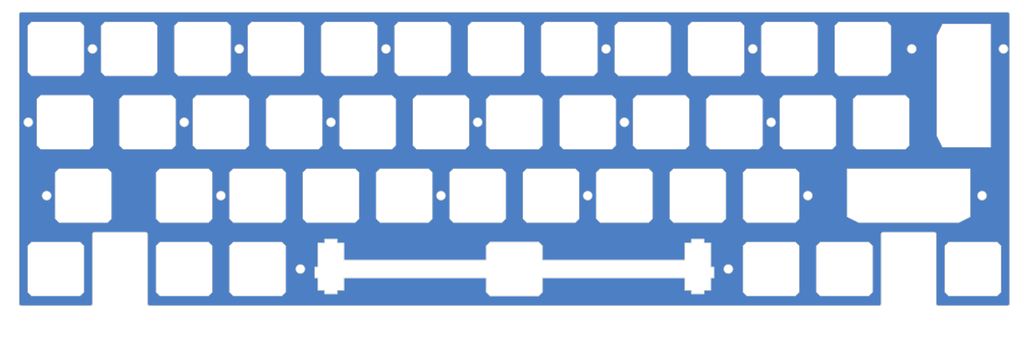
<source format=kicad_pcb>
(kicad_pcb (version 20221018) (generator pcbnew)
  (layers (0 "F.Cu" signal) (31 "B.Cu" signal) (34 "B.Paste" user) (35 "F.Paste" user) (36 "B.SilkS" user "B.Silkscreen") (37 "F.SilkS" user "F.Silkscreen") (38 "B.Mask" user) (39 "F.Mask" user) (44 "Edge.Cuts" user))
  (net 0 "")
  (net 1 "GND")
  (footprint "cipulot_parts:ecs_plate_cut_1U" (layer "F.Cu") (at 26.9875 91.28125)
    (fp_text reference "REF**")
    (fp_text value "Value " hide)
    (fp_line (start -7.3 -6) (end -7.3 6) (stroke (width 0.12)) (layer "Edge.Cuts"))
    (fp_line (start -7.3 6) (end -6.3 7) (stroke (width 0.12)) (layer "Edge.Cuts"))
    (fp_line (start -6.3 -7) (end -7.3 -6) (stroke (width 0.12)) (layer "Edge.Cuts"))
    (fp_line (start -6.3 7) (end 6.3 7) (stroke (width 0.12)) (layer "Edge.Cuts"))
    (fp_line (start 6.3 -7) (end -6.3 -7) (stroke (width 0.12)) (layer "Edge.Cuts"))
    (fp_line (start 6.3 -7) (end 7.3 -6) (stroke (width 0.12)) (layer "Edge.Cuts"))
    (fp_line (start 6.3 7) (end 7.3 6) (stroke (width 0.12)) (layer "Edge.Cuts"))
    (fp_line (start 7.3 6) (end 7.3 -6) (stroke (width 0.12)) (layer "Edge.Cuts"))
  )
  (footprint "cipulot_parts:ecs_plate_cut_1U" (layer "F.Cu") (at 136.525 72.23125)
    (fp_text reference "REF**")
    (fp_text value "Value " hide)
    (fp_line (start -7.3 -6) (end -7.3 6) (stroke (width 0.12)) (layer "Edge.Cuts"))
    (fp_line (start -7.3 6) (end -6.3 7) (stroke (width 0.12)) (layer "Edge.Cuts"))
    (fp_line (start -6.3 -7) (end -7.3 -6) (stroke (width 0.12)) (layer "Edge.Cuts"))
    (fp_line (start -6.3 7) (end 6.3 7) (stroke (width 0.12)) (layer "Edge.Cuts"))
    (fp_line (start 6.3 -7) (end -6.3 -7) (stroke (width 0.12)) (layer "Edge.Cuts"))
    (fp_line (start 6.3 -7) (end 7.3 -6) (stroke (width 0.12)) (layer "Edge.Cuts"))
    (fp_line (start 6.3 7) (end 7.3 6) (stroke (width 0.12)) (layer "Edge.Cuts"))
    (fp_line (start 7.3 6) (end 7.3 -6) (stroke (width 0.12)) (layer "Edge.Cuts"))
  )
  (footprint "cipulot_parts:ecs_plate_cut_1U" (layer "F.Cu") (at 146.05 53.18125)
    (fp_text reference "REF**")
    (fp_text value "Value " hide)
    (fp_line (start -7.3 -6) (end -7.3 6) (stroke (width 0.12)) (layer "Edge.Cuts"))
    (fp_line (start -7.3 6) (end -6.3 7) (stroke (width 0.12)) (layer "Edge.Cuts"))
    (fp_line (start -6.3 -7) (end -7.3 -6) (stroke (width 0.12)) (layer "Edge.Cuts"))
    (fp_line (start -6.3 7) (end 6.3 7) (stroke (width 0.12)) (layer "Edge.Cuts"))
    (fp_line (start 6.3 -7) (end -6.3 -7) (stroke (width 0.12)) (layer "Edge.Cuts"))
    (fp_line (start 6.3 -7) (end 7.3 -6) (stroke (width 0.12)) (layer "Edge.Cuts"))
    (fp_line (start 6.3 7) (end 7.3 6) (stroke (width 0.12)) (layer "Edge.Cuts"))
    (fp_line (start 7.3 6) (end 7.3 -6) (stroke (width 0.12)) (layer "Edge.Cuts"))
  )
  (footprint "cipulot_parts:ecs_plate_cut_1U" (layer "F.Cu") (at 46.0375 34.13125)
    (fp_text reference "REF**")
    (fp_text value "Value " hide)
    (fp_line (start -7.3 -6) (end -7.3 6) (stroke (width 0.12)) (layer "Edge.Cuts"))
    (fp_line (start -7.3 6) (end -6.3 7) (stroke (width 0.12)) (layer "Edge.Cuts"))
    (fp_line (start -6.3 -7) (end -7.3 -6) (stroke (width 0.12)) (layer "Edge.Cuts"))
    (fp_line (start -6.3 7) (end 6.3 7) (stroke (width 0.12)) (layer "Edge.Cuts"))
    (fp_line (start 6.3 -7) (end -6.3 -7) (stroke (width 0.12)) (layer "Edge.Cuts"))
    (fp_line (start 6.3 -7) (end 7.3 -6) (stroke (width 0.12)) (layer "Edge.Cuts"))
    (fp_line (start 6.3 7) (end 7.3 6) (stroke (width 0.12)) (layer "Edge.Cuts"))
    (fp_line (start 7.3 6) (end 7.3 -6) (stroke (width 0.12)) (layer "Edge.Cuts"))
  )
  (footprint "cipulot_parts:ecs_plate_cut_1U" (layer "F.Cu") (at 231.775 91.28125)
    (fp_text reference "REF**")
    (fp_text value "Value " hide)
    (fp_line (start -7.3 -6) (end -7.3 6) (stroke (width 0.12)) (layer "Edge.Cuts"))
    (fp_line (start -7.3 6) (end -6.3 7) (stroke (width 0.12)) (layer "Edge.Cuts"))
    (fp_line (start -6.3 -7) (end -7.3 -6) (stroke (width 0.12)) (layer "Edge.Cuts"))
    (fp_line (start -6.3 7) (end 6.3 7) (stroke (width 0.12)) (layer "Edge.Cuts"))
    (fp_line (start 6.3 -7) (end -6.3 -7) (stroke (width 0.12)) (layer "Edge.Cuts"))
    (fp_line (start 6.3 -7) (end 7.3 -6) (stroke (width 0.12)) (layer "Edge.Cuts"))
    (fp_line (start 6.3 7) (end 7.3 6) (stroke (width 0.12)) (layer "Edge.Cuts"))
    (fp_line (start 7.3 6) (end 7.3 -6) (stroke (width 0.12)) (layer "Edge.Cuts"))
  )
  (footprint "cipulot_parts:ecs_plate_cut_1U" (layer "F.Cu") (at 79.375 72.23125)
    (fp_text reference "REF**")
    (fp_text value "Value " hide)
    (fp_line (start -7.3 -6) (end -7.3 6) (stroke (width 0.12)) (layer "Edge.Cuts"))
    (fp_line (start -7.3 6) (end -6.3 7) (stroke (width 0.12)) (layer "Edge.Cuts"))
    (fp_line (start -6.3 -7) (end -7.3 -6) (stroke (width 0.12)) (layer "Edge.Cuts"))
    (fp_line (start -6.3 7) (end 6.3 7) (stroke (width 0.12)) (layer "Edge.Cuts"))
    (fp_line (start 6.3 -7) (end -6.3 -7) (stroke (width 0.12)) (layer "Edge.Cuts"))
    (fp_line (start 6.3 -7) (end 7.3 -6) (stroke (width 0.12)) (layer "Edge.Cuts"))
    (fp_line (start 6.3 7) (end 7.3 6) (stroke (width 0.12)) (layer "Edge.Cuts"))
    (fp_line (start 7.3 6) (end 7.3 -6) (stroke (width 0.12)) (layer "Edge.Cuts"))
  )
  (footprint "cipulot_parts:ecs_plate_cut_1U" (layer "F.Cu") (at 88.9 53.18125)
    (fp_text reference "REF**")
    (fp_text value "Value " hide)
    (fp_line (start -7.3 -6) (end -7.3 6) (stroke (width 0.12)) (layer "Edge.Cuts"))
    (fp_line (start -7.3 6) (end -6.3 7) (stroke (width 0.12)) (layer "Edge.Cuts"))
    (fp_line (start -6.3 -7) (end -7.3 -6) (stroke (width 0.12)) (layer "Edge.Cuts"))
    (fp_line (start -6.3 7) (end 6.3 7) (stroke (width 0.12)) (layer "Edge.Cuts"))
    (fp_line (start 6.3 -7) (end -6.3 -7) (stroke (width 0.12)) (layer "Edge.Cuts"))
    (fp_line (start 6.3 -7) (end 7.3 -6) (stroke (width 0.12)) (layer "Edge.Cuts"))
    (fp_line (start 6.3 7) (end 7.3 6) (stroke (width 0.12)) (layer "Edge.Cuts"))
    (fp_line (start 7.3 6) (end 7.3 -6) (stroke (width 0.12)) (layer "Edge.Cuts"))
  )
  (footprint "cipulot_parts:ecs_plate_cut_1U" (layer "F.Cu") (at 127 53.18125)
    (fp_text reference "REF**")
    (fp_text value "Value " hide)
    (fp_line (start -7.3 -6) (end -7.3 6) (stroke (width 0.12)) (layer "Edge.Cuts"))
    (fp_line (start -7.3 6) (end -6.3 7) (stroke (width 0.12)) (layer "Edge.Cuts"))
    (fp_line (start -6.3 -7) (end -7.3 -6) (stroke (width 0.12)) (layer "Edge.Cuts"))
    (fp_line (start -6.3 7) (end 6.3 7) (stroke (width 0.12)) (layer "Edge.Cuts"))
    (fp_line (start 6.3 -7) (end -6.3 -7) (stroke (width 0.12)) (layer "Edge.Cuts"))
    (fp_line (start 6.3 -7) (end 7.3 -6) (stroke (width 0.12)) (layer "Edge.Cuts"))
    (fp_line (start 6.3 7) (end 7.3 6) (stroke (width 0.12)) (layer "Edge.Cuts"))
    (fp_line (start 7.3 6) (end 7.3 -6) (stroke (width 0.12)) (layer "Edge.Cuts"))
  )
  (footprint "cipulot_parts:ecs_plate_cut_1U" (layer "F.Cu") (at 198.4375 34.13125)
    (fp_text reference "REF**")
    (fp_text value "Value " hide)
    (fp_line (start -7.3 -6) (end -7.3 6) (stroke (width 0.12)) (layer "Edge.Cuts"))
    (fp_line (start -7.3 6) (end -6.3 7) (stroke (width 0.12)) (layer "Edge.Cuts"))
    (fp_line (start -6.3 -7) (end -7.3 -6) (stroke (width 0.12)) (layer "Edge.Cuts"))
    (fp_line (start -6.3 7) (end 6.3 7) (stroke (width 0.12)) (layer "Edge.Cuts"))
    (fp_line (start 6.3 -7) (end -6.3 -7) (stroke (width 0.12)) (layer "Edge.Cuts"))
    (fp_line (start 6.3 -7) (end 7.3 -6) (stroke (width 0.12)) (layer "Edge.Cuts"))
    (fp_line (start 6.3 7) (end 7.3 6) (stroke (width 0.12)) (layer "Edge.Cuts"))
    (fp_line (start 7.3 6) (end 7.3 -6) (stroke (width 0.12)) (layer "Edge.Cuts"))
  )
  (footprint "cipulot_parts:ecs_plate_cut_1U" (layer "F.Cu") (at 203.2 53.18125)
    (fp_text reference "REF**")
    (fp_text value "Value " hide)
    (fp_line (start -7.3 -6) (end -7.3 6) (stroke (width 0.12)) (layer "Edge.Cuts"))
    (fp_line (start -7.3 6) (end -6.3 7) (stroke (width 0.12)) (layer "Edge.Cuts"))
    (fp_line (start -6.3 -7) (end -7.3 -6) (stroke (width 0.12)) (layer "Edge.Cuts"))
    (fp_line (start -6.3 7) (end 6.3 7) (stroke (width 0.12)) (layer "Edge.Cuts"))
    (fp_line (start 6.3 -7) (end -6.3 -7) (stroke (width 0.12)) (layer "Edge.Cuts"))
    (fp_line (start 6.3 -7) (end 7.3 -6) (stroke (width 0.12)) (layer "Edge.Cuts"))
    (fp_line (start 6.3 7) (end 7.3 6) (stroke (width 0.12)) (layer "Edge.Cuts"))
    (fp_line (start 7.3 6) (end 7.3 -6) (stroke (width 0.12)) (layer "Edge.Cuts"))
  )
  (footprint "cipulot_parts:ecs_plate_cut_1U" (layer "F.Cu") (at 165.1 53.18125)
    (fp_text reference "REF**")
    (fp_text value "Value " hide)
    (fp_line (start -7.3 -6) (end -7.3 6) (stroke (width 0.12)) (layer "Edge.Cuts"))
    (fp_line (start -7.3 6) (end -6.3 7) (stroke (width 0.12)) (layer "Edge.Cuts"))
    (fp_line (start -6.3 -7) (end -7.3 -6) (stroke (width 0.12)) (layer "Edge.Cuts"))
    (fp_line (start -6.3 7) (end 6.3 7) (stroke (width 0.12)) (layer "Edge.Cuts"))
    (fp_line (start 6.3 -7) (end -6.3 -7) (stroke (width 0.12)) (layer "Edge.Cuts"))
    (fp_line (start 6.3 -7) (end 7.3 -6) (stroke (width 0.12)) (layer "Edge.Cuts"))
    (fp_line (start 6.3 7) (end 7.3 6) (stroke (width 0.12)) (layer "Edge.Cuts"))
    (fp_line (start 7.3 6) (end 7.3 -6) (stroke (width 0.12)) (layer "Edge.Cuts"))
  )
  (footprint "cipulot_parts:ecs_plate_cut_1U" (layer "F.Cu") (at 217.4875 34.13125)
    (fp_text reference "REF**")
    (fp_text value "Value " hide)
    (fp_line (start -7.3 -6) (end -7.3 6) (stroke (width 0.12)) (layer "Edge.Cuts"))
    (fp_line (start -7.3 6) (end -6.3 7) (stroke (width 0.12)) (layer "Edge.Cuts"))
    (fp_line (start -6.3 -7) (end -7.3 -6) (stroke (width 0.12)) (layer "Edge.Cuts"))
    (fp_line (start -6.3 7) (end 6.3 7) (stroke (width 0.12)) (layer "Edge.Cuts"))
    (fp_line (start 6.3 -7) (end -6.3 -7) (stroke (width 0.12)) (layer "Edge.Cuts"))
    (fp_line (start 6.3 -7) (end 7.3 -6) (stroke (width 0.12)) (layer "Edge.Cuts"))
    (fp_line (start 6.3 7) (end 7.3 6) (stroke (width 0.12)) (layer "Edge.Cuts"))
    (fp_line (start 7.3 6) (end 7.3 -6) (stroke (width 0.12)) (layer "Edge.Cuts"))
  )
  (footprint "cipulot_parts:ecs_plate_cut_1U" (layer "F.Cu") (at 117.475 72.23125)
    (fp_text reference "REF**")
    (fp_text value "Value " hide)
    (fp_line (start -7.3 -6) (end -7.3 6) (stroke (width 0.12)) (layer "Edge.Cuts"))
    (fp_line (start -7.3 6) (end -6.3 7) (stroke (width 0.12)) (layer "Edge.Cuts"))
    (fp_line (start -6.3 -7) (end -7.3 -6) (stroke (width 0.12)) (layer "Edge.Cuts"))
    (fp_line (start -6.3 7) (end 6.3 7) (stroke (width 0.12)) (layer "Edge.Cuts"))
    (fp_line (start 6.3 -7) (end -6.3 -7) (stroke (width 0.12)) (layer "Edge.Cuts"))
    (fp_line (start 6.3 -7) (end 7.3 -6) (stroke (width 0.12)) (layer "Edge.Cuts"))
    (fp_line (start 6.3 7) (end 7.3 6) (stroke (width 0.12)) (layer "Edge.Cuts"))
    (fp_line (start 7.3 6) (end 7.3 -6) (stroke (width 0.12)) (layer "Edge.Cuts"))
  )
  (footprint "cipulot_parts:ecs_plate_cut_1U" (layer "F.Cu") (at 84.137501 34.13125)
    (fp_text reference "REF**")
    (fp_text value "Value " hide)
    (fp_line (start -7.3 -6) (end -7.3 6) (stroke (width 0.12)) (layer "Edge.Cuts"))
    (fp_line (start -7.3 6) (end -6.3 7) (stroke (width 0.12)) (layer "Edge.Cuts"))
    (fp_line (start -6.3 -7) (end -7.3 -6) (stroke (width 0.12)) (layer "Edge.Cuts"))
    (fp_line (start -6.3 7) (end 6.3 7) (stroke (width 0.12)) (layer "Edge.Cuts"))
    (fp_line (start 6.3 -7) (end -6.3 -7) (stroke (width 0.12)) (layer "Edge.Cuts"))
    (fp_line (start 6.3 -7) (end 7.3 -6) (stroke (width 0.12)) (layer "Edge.Cuts"))
    (fp_line (start 6.3 7) (end 7.3 6) (stroke (width 0.12)) (layer "Edge.Cuts"))
    (fp_line (start 7.3 6) (end 7.3 -6) (stroke (width 0.12)) (layer "Edge.Cuts"))
  )
  (footprint "cipulot_parts:ecs_plate_cut_1U" (layer "F.Cu") (at 34.13125 72.23125)
    (fp_text reference "REF**")
    (fp_text value "Value " hide)
    (fp_line (start -7.3 -6) (end -7.3 6) (stroke (width 0.12)) (layer "Edge.Cuts"))
    (fp_line (start -7.3 6) (end -6.3 7) (stroke (width 0.12)) (layer "Edge.Cuts"))
    (fp_line (start -6.3 -7) (end -7.3 -6) (stroke (width 0.12)) (layer "Edge.Cuts"))
    (fp_line (start -6.3 7) (end 6.3 7) (stroke (width 0.12)) (layer "Edge.Cuts"))
    (fp_line (start 6.3 -7) (end -6.3 -7) (stroke (width 0.12)) (layer "Edge.Cuts"))
    (fp_line (start 6.3 -7) (end 7.3 -6) (stroke (width 0.12)) (layer "Edge.Cuts"))
    (fp_line (start 6.3 7) (end 7.3 6) (stroke (width 0.12)) (layer "Edge.Cuts"))
    (fp_line (start 7.3 6) (end 7.3 -6) (stroke (width 0.12)) (layer "Edge.Cuts"))
  )
  (footprint "cipulot_parts:ecs_plate_cut_1U" (layer "F.Cu") (at 155.575 72.23125)
    (fp_text reference "REF**")
    (fp_text value "Value " hide)
    (fp_line (start -7.3 -6) (end -7.3 6) (stroke (width 0.12)) (layer "Edge.Cuts"))
    (fp_line (start -7.3 6) (end -6.3 7) (stroke (width 0.12)) (layer "Edge.Cuts"))
    (fp_line (start -6.3 -7) (end -7.3 -6) (stroke (width 0.12)) (layer "Edge.Cuts"))
    (fp_line (start -6.3 7) (end 6.3 7) (stroke (width 0.12)) (layer "Edge.Cuts"))
    (fp_line (start 6.3 -7) (end -6.3 -7) (stroke (width 0.12)) (layer "Edge.Cuts"))
    (fp_line (start 6.3 -7) (end 7.3 -6) (stroke (width 0.12)) (layer "Edge.Cuts"))
    (fp_line (start 6.3 7) (end 7.3 6) (stroke (width 0.12)) (layer "Edge.Cuts"))
    (fp_line (start 7.3 6) (end 7.3 -6) (stroke (width 0.12)) (layer "Edge.Cuts"))
  )
  (footprint "cipulot_parts:ecs_plate_cut_1U" (layer "F.Cu") (at 60.325 72.23125)
    (fp_text reference "REF**")
    (fp_text value "Value " hide)
    (fp_line (start -7.3 -6) (end -7.3 6) (stroke (width 0.12)) (layer "Edge.Cuts"))
    (fp_line (start -7.3 6) (end -6.3 7) (stroke (width 0.12)) (layer "Edge.Cuts"))
    (fp_line (start -6.3 -7) (end -7.3 -6) (stroke (width 0.12)) (layer "Edge.Cuts"))
    (fp_line (start -6.3 7) (end 6.3 7) (stroke (width 0.12)) (layer "Edge.Cuts"))
    (fp_line (start 6.3 -7) (end -6.3 -7) (stroke (width 0.12)) (layer "Edge.Cuts"))
    (fp_line (start 6.3 -7) (end 7.3 -6) (stroke (width 0.12)) (layer "Edge.Cuts"))
    (fp_line (start 6.3 7) (end 7.3 6) (stroke (width 0.12)) (layer "Edge.Cuts"))
    (fp_line (start 7.3 6) (end 7.3 -6) (stroke (width 0.12)) (layer "Edge.Cuts"))
  )
  (footprint "cipulot_parts:ecs_plate_cut_1U" (layer "F.Cu") (at 50.8 53.18125)
    (fp_text reference "REF**")
    (fp_text value "Value " hide)
    (fp_line (start -7.3 -6) (end -7.3 6) (stroke (width 0.12)) (layer "Edge.Cuts"))
    (fp_line (start -7.3 6) (end -6.3 7) (stroke (width 0.12)) (layer "Edge.Cuts"))
    (fp_line (start -6.3 -7) (end -7.3 -6) (stroke (width 0.12)) (layer "Edge.Cuts"))
    (fp_line (start -6.3 7) (end 6.3 7) (stroke (width 0.12)) (layer "Edge.Cuts"))
    (fp_line (start 6.3 -7) (end -6.3 -7) (stroke (width 0.12)) (layer "Edge.Cuts"))
    (fp_line (start 6.3 -7) (end 7.3 -6) (stroke (width 0.12)) (layer "Edge.Cuts"))
    (fp_line (start 6.3 7) (end 7.3 6) (stroke (width 0.12)) (layer "Edge.Cuts"))
    (fp_line (start 7.3 6) (end 7.3 -6) (stroke (width 0.12)) (layer "Edge.Cuts"))
  )
  (footprint "cipulot_parts:ecs_plate_cut_1U" (layer "F.Cu") (at 107.95 53.18125)
    (fp_text reference "REF**")
    (fp_text value "Value " hide)
    (fp_line (start -7.3 -6) (end -7.3 6) (stroke (width 0.12)) (layer "Edge.Cuts"))
    (fp_line (start -7.3 6) (end -6.3 7) (stroke (width 0.12)) (layer "Edge.Cuts"))
    (fp_line (start -6.3 -7) (end -7.3 -6) (stroke (width 0.12)) (layer "Edge.Cuts"))
    (fp_line (start -6.3 7) (end 6.3 7) (stroke (width 0.12)) (layer "Edge.Cuts"))
    (fp_line (start 6.3 -7) (end -6.3 -7) (stroke (width 0.12)) (layer "Edge.Cuts"))
    (fp_line (start 6.3 -7) (end 7.3 -6) (stroke (width 0.12)) (layer "Edge.Cuts"))
    (fp_line (start 6.3 7) (end 7.3 6) (stroke (width 0.12)) (layer "Edge.Cuts"))
    (fp_line (start 7.3 6) (end 7.3 -6) (stroke (width 0.12)) (layer "Edge.Cuts"))
  )
  (footprint "cipulot_parts:ecs_plate_cut_1U" (layer "F.Cu") (at 65.0875 34.13125)
    (fp_text reference "REF**")
    (fp_text value "Value " hide)
    (fp_line (start -7.3 -6) (end -7.3 6) (stroke (width 0.12)) (layer "Edge.Cuts"))
    (fp_line (start -7.3 6) (end -6.3 7) (stroke (width 0.12)) (layer "Edge.Cuts"))
    (fp_line (start -6.3 -7) (end -7.3 -6) (stroke (width 0.12)) (layer "Edge.Cuts"))
    (fp_line (start -6.3 7) (end 6.3 7) (stroke (width 0.12)) (layer "Edge.Cuts"))
    (fp_line (start 6.3 -7) (end -6.3 -7) (stroke (width 0.12)) (layer "Edge.Cuts"))
    (fp_line (start 6.3 -7) (end 7.3 -6) (stroke (width 0.12)) (layer "Edge.Cuts"))
    (fp_line (start 6.3 7) (end 7.3 6) (stroke (width 0.12)) (layer "Edge.Cuts"))
    (fp_line (start 7.3 6) (end 7.3 -6) (stroke (width 0.12)) (layer "Edge.Cuts"))
  )
  (footprint "cipulot_parts:ecs_plate_cut_1U" (layer "F.Cu") (at 141.2875 34.13125)
    (fp_text reference "REF**")
    (fp_text value "Value " hide)
    (fp_line (start -7.3 -6) (end -7.3 6) (stroke (width 0.12)) (layer "Edge.Cuts"))
    (fp_line (start -7.3 6) (end -6.3 7) (stroke (width 0.12)) (layer "Edge.Cuts"))
    (fp_line (start -6.3 -7) (end -7.3 -6) (stroke (width 0.12)) (layer "Edge.Cuts"))
    (fp_line (start -6.3 7) (end 6.3 7) (stroke (width 0.12)) (layer "Edge.Cuts"))
    (fp_line (start 6.3 -7) (end -6.3 -7) (stroke (width 0.12)) (layer "Edge.Cuts"))
    (fp_line (start 6.3 -7) (end 7.3 -6) (stroke (width 0.12)) (layer "Edge.Cuts"))
    (fp_line (start 6.3 7) (end 7.3 6) (stroke (width 0.12)) (layer "Edge.Cuts"))
    (fp_line (start 7.3 6) (end 7.3 -6) (stroke (width 0.12)) (layer "Edge.Cuts"))
  )
  (footprint "cipulot_parts:ecs_plate_cut_1U" (layer "F.Cu") (at 29.36875 53.18125)
    (fp_text reference "REF**")
    (fp_text value "Value " hide)
    (fp_line (start -7.3 -6) (end -7.3 6) (stroke (width 0.12)) (layer "Edge.Cuts"))
    (fp_line (start -7.3 6) (end -6.3 7) (stroke (width 0.12)) (layer "Edge.Cuts"))
    (fp_line (start -6.3 -7) (end -7.3 -6) (stroke (width 0.12)) (layer "Edge.Cuts"))
    (fp_line (start -6.3 7) (end 6.3 7) (stroke (width 0.12)) (layer "Edge.Cuts"))
    (fp_line (start 6.3 -7) (end -6.3 -7) (stroke (width 0.12)) (layer "Edge.Cuts"))
    (fp_line (start 6.3 -7) (end 7.3 -6) (stroke (width 0.12)) (layer "Edge.Cuts"))
    (fp_line (start 6.3 7) (end 7.3 6) (stroke (width 0.12)) (layer "Edge.Cuts"))
    (fp_line (start 7.3 6) (end 7.3 -6) (stroke (width 0.12)) (layer "Edge.Cuts"))
  )
  (footprint "cipulot_parts:ecs_plate_cut_1U" (layer "F.Cu") (at 160.3375 34.13125)
    (fp_text reference "REF**")
    (fp_text value "Value " hide)
    (fp_line (start -7.3 -6) (end -7.3 6) (stroke (width 0.12)) (layer "Edge.Cuts"))
    (fp_line (start -7.3 6) (end -6.3 7) (stroke (width 0.12)) (layer "Edge.Cuts"))
    (fp_line (start -6.3 -7) (end -7.3 -6) (stroke (width 0.12)) (layer "Edge.Cuts"))
    (fp_line (start -6.3 7) (end 6.3 7) (stroke (width 0.12)) (layer "Edge.Cuts"))
    (fp_line (start 6.3 -7) (end -6.3 -7) (stroke (width 0.12)) (layer "Edge.Cuts"))
    (fp_line (start 6.3 -7) (end 7.3 -6) (stroke (width 0.12)) (layer "Edge.Cuts"))
    (fp_line (start 6.3 7) (end 7.3 6) (stroke (width 0.12)) (layer "Edge.Cuts"))
    (fp_line (start 7.3 6) (end 7.3 -6) (stroke (width 0.12)) (layer "Edge.Cuts"))
  )
  (footprint "cipulot_parts:ecs_plate_cut_1U" (layer "F.Cu") (at 79.375 91.28125)
    (fp_text reference "REF**")
    (fp_text value "Value " hide)
    (fp_line (start -7.3 -6) (end -7.3 6) (stroke (width 0.12)) (layer "Edge.Cuts"))
    (fp_line (start -7.3 6) (end -6.3 7) (stroke (width 0.12)) (layer "Edge.Cuts"))
    (fp_line (start -6.3 -7) (end -7.3 -6) (stroke (width 0.12)) (layer "Edge.Cuts"))
    (fp_line (start -6.3 7) (end 6.3 7) (stroke (width 0.12)) (layer "Edge.Cuts"))
    (fp_line (start 6.3 -7) (end -6.3 -7) (stroke (width 0.12)) (layer "Edge.Cuts"))
    (fp_line (start 6.3 -7) (end 7.3 -6) (stroke (width 0.12)) (layer "Edge.Cuts"))
    (fp_line (start 6.3 7) (end 7.3 6) (stroke (width 0.12)) (layer "Edge.Cuts"))
    (fp_line (start 7.3 6) (end 7.3 -6) (stroke (width 0.12)) (layer "Edge.Cuts"))
  )
  (footprint "cipulot_parts:ecs_plate_cut_1U" (layer "F.Cu") (at 122.2375 34.13125)
    (fp_text reference "REF**")
    (fp_text value "Value " hide)
    (fp_line (start -7.3 -6) (end -7.3 6) (stroke (width 0.12)) (layer "Edge.Cuts"))
    (fp_line (start -7.3 6) (end -6.3 7) (stroke (width 0.12)) (layer "Edge.Cuts"))
    (fp_line (start -6.3 -7) (end -7.3 -6) (stroke (width 0.12)) (layer "Edge.Cuts"))
    (fp_line (start -6.3 7) (end 6.3 7) (stroke (width 0.12)) (layer "Edge.Cuts"))
    (fp_line (start 6.3 -7) (end -6.3 -7) (stroke (width 0.12)) (layer "Edge.Cuts"))
    (fp_line (start 6.3 -7) (end 7.3 -6) (stroke (width 0.12)) (layer "Edge.Cuts"))
    (fp_line (start 6.3 7) (end 7.3 6) (stroke (width 0.12)) (layer "Edge.Cuts"))
    (fp_line (start 7.3 6) (end 7.3 -6) (stroke (width 0.12)) (layer "Edge.Cuts"))
  )
  (footprint "cipulot_parts:ecs_plate_cut_1U" (layer "F.Cu") (at 212.725 72.23125)
    (fp_text reference "REF**")
    (fp_text value "Value " hide)
    (fp_line (start -7.3 -6) (end -7.3 6) (stroke (width 0.12)) (layer "Edge.Cuts"))
    (fp_line (start -7.3 6) (end -6.3 7) (stroke (width 0.12)) (layer "Edge.Cuts"))
    (fp_line (start -6.3 -7) (end -7.3 -6) (stroke (width 0.12)) (layer "Edge.Cuts"))
    (fp_line (start -6.3 7) (end 6.3 7) (stroke (width 0.12)) (layer "Edge.Cuts"))
    (fp_line (start 6.3 -7) (end -6.3 -7) (stroke (width 0.12)) (layer "Edge.Cuts"))
    (fp_line (start 6.3 -7) (end 7.3 -6) (stroke (width 0.12)) (layer "Edge.Cuts"))
    (fp_line (start 6.3 7) (end 7.3 6) (stroke (width 0.12)) (layer "Edge.Cuts"))
    (fp_line (start 7.3 6) (end 7.3 -6) (stroke (width 0.12)) (layer "Edge.Cuts"))
  )
  (footprint "cipulot_parts:ecs_plate_cut_1U" (layer "F.Cu") (at 69.85 53.18125)
    (fp_text reference "REF**")
    (fp_text value "Value " hide)
    (fp_line (start -7.3 -6) (end -7.3 6) (stroke (width 0.12)) (layer "Edge.Cuts"))
    (fp_line (start -7.3 6) (end -6.3 7) (stroke (width 0.12)) (layer "Edge.Cuts"))
    (fp_line (start -6.3 -7) (end -7.3 -6) (stroke (width 0.12)) (layer "Edge.Cuts"))
    (fp_line (start -6.3 7) (end 6.3 7) (stroke (width 0.12)) (layer "Edge.Cuts"))
    (fp_line (start 6.3 -7) (end -6.3 -7) (stroke (width 0.12)) (layer "Edge.Cuts"))
    (fp_line (start 6.3 -7) (end 7.3 -6) (stroke (width 0.12)) (layer "Edge.Cuts"))
    (fp_line (start 6.3 7) (end 7.3 6) (stroke (width 0.12)) (layer "Edge.Cuts"))
    (fp_line (start 7.3 6) (end 7.3 -6) (stroke (width 0.12)) (layer "Edge.Cuts"))
  )
  (footprint "cipulot_parts:ecs_plate_cut_1U" (layer "F.Cu") (at 212.725 91.28125)
    (fp_text reference "REF**")
    (fp_text value "Value " hide)
    (fp_line (start -7.3 -6) (end -7.3 6) (stroke (width 0.12)) (layer "Edge.Cuts"))
    (fp_line (start -7.3 6) (end -6.3 7) (stroke (width 0.12)) (layer "Edge.Cuts"))
    (fp_line (start -6.3 -7) (end -7.3 -6) (stroke (width 0.12)) (layer "Edge.Cuts"))
    (fp_line (start -6.3 7) (end 6.3 7) (stroke (width 0.12)) (layer "Edge.Cuts"))
    (fp_line (start 6.3 -7) (end -6.3 -7) (stroke (width 0.12)) (layer "Edge.Cuts"))
    (fp_line (start 6.3 -7) (end 7.3 -6) (stroke (width 0.12)) (layer "Edge.Cuts"))
    (fp_line (start 6.3 7) (end 7.3 6) (stroke (width 0.12)) (layer "Edge.Cuts"))
    (fp_line (start 7.3 6) (end 7.3 -6) (stroke (width 0.12)) (layer "Edge.Cuts"))
  )
  (footprint "cipulot_parts:ecs_plate_cut_2U" (layer "F.Cu") (at 248.44375 72.23125)
    (fp_text reference "REF**")
    (fp_text value "Value " hide)
    (fp_line (start -16 -7) (end 16 -7) (stroke (width 0.12)) (layer "Edge.Cuts"))
    (fp_line (start -16 0) (end -16 -7) (stroke (width 0.12)) (layer "Edge.Cuts"))
    (fp_line (start -16 0) (end -16 5.5) (stroke (width 0.12)) (layer "Edge.Cuts"))
    (fp_line (start -16 5.5) (end -13 7) (stroke (width 0.12)) (layer "Edge.Cuts"))
    (fp_line (start 13 7) (end -13 7) (stroke (width 0.12)) (layer "Edge.Cuts"))
    (fp_line (start 16 -7) (end 16 0) (stroke (width 0.12)) (layer "Edge.Cuts"))
    (fp_line (start 16 0) (end 16 5.5) (stroke (width 0.12)) (layer "Edge.Cuts"))
    (fp_line (start 16 5.5) (end 13 7) (stroke (width 0.12)) (layer "Edge.Cuts"))
  )
  (footprint "cipulot_parts:ecs_plate_cut_1U" (layer "F.Cu") (at 174.625 72.23125)
    (fp_text reference "REF**")
    (fp_text value "Value " hide)
    (fp_line (start -7.3 -6) (end -7.3 6) (stroke (width 0.12)) (layer "Edge.Cuts"))
    (fp_line (start -7.3 6) (end -6.3 7) (stroke (width 0.12)) (layer "Edge.Cuts"))
    (fp_line (start -6.3 -7) (end -7.3 -6) (stroke (width 0.12)) (layer "Edge.Cuts"))
    (fp_line (start -6.3 7) (end 6.3 7) (stroke (width 0.12)) (layer "Edge.Cuts"))
    (fp_line (start 6.3 -7) (end -6.3 -7) (stroke (width 0.12)) (layer "Edge.Cuts"))
    (fp_line (start 6.3 -7) (end 7.3 -6) (stroke (width 0.12)) (layer "Edge.Cuts"))
    (fp_line (start 6.3 7) (end 7.3 6) (stroke (width 0.12)) (layer "Edge.Cuts"))
    (fp_line (start 7.3 6) (end 7.3 -6) (stroke (width 0.12)) (layer "Edge.Cuts"))
  )
  (footprint "cipulot_parts:ecs_plate_cut_1U" (layer "F.Cu") (at 98.425 72.23125)
    (fp_text reference "REF**")
    (fp_text value "Value " hide)
    (fp_line (start -7.3 -6) (end -7.3 6) (stroke (width 0.12)) (layer "Edge.Cuts"))
    (fp_line (start -7.3 6) (end -6.3 7) (stroke (width 0.12)) (layer "Edge.Cuts"))
    (fp_line (start -6.3 -7) (end -7.3 -6) (stroke (width 0.12)) (layer "Edge.Cuts"))
    (fp_line (start -6.3 7) (end 6.3 7) (stroke (width 0.12)) (layer "Edge.Cuts"))
    (fp_line (start 6.3 -7) (end -6.3 -7) (stroke (width 0.12)) (layer "Edge.Cuts"))
    (fp_line (start 6.3 -7) (end 7.3 -6) (stroke (width 0.12)) (layer "Edge.Cuts"))
    (fp_line (start 6.3 7) (end 7.3 6) (stroke (width 0.12)) (layer "Edge.Cuts"))
    (fp_line (start 7.3 6) (end 7.3 -6) (stroke (width 0.12)) (layer "Edge.Cuts"))
  )
  (footprint "cipulot_parts:ecs_plate_cut_1U" (layer "F.Cu") (at 222.25 53.18125)
    (fp_text reference "REF**")
    (fp_text value "Value " hide)
    (fp_line (start -7.3 -6) (end -7.3 6) (stroke (width 0.12)) (layer "Edge.Cuts"))
    (fp_line (start -7.3 6) (end -6.3 7) (stroke (width 0.12)) (layer "Edge.Cuts"))
    (fp_line (start -6.3 -7) (end -7.3 -6) (stroke (width 0.12)) (layer "Edge.Cuts"))
    (fp_line (start -6.3 7) (end 6.3 7) (stroke (width 0.12)) (layer "Edge.Cuts"))
    (fp_line (start 6.3 -7) (end -6.3 -7) (stroke (width 0.12)) (layer "Edge.Cuts"))
    (fp_line (start 6.3 -7) (end 7.3 -6) (stroke (width 0.12)) (layer "Edge.Cuts"))
    (fp_line (start 6.3 7) (end 7.3 6) (stroke (width 0.12)) (layer "Edge.Cuts"))
    (fp_line (start 7.3 6) (end 7.3 -6) (stroke (width 0.12)) (layer "Edge.Cuts"))
  )
  (footprint "cipulot_parts:ecs_plate_cut_1U" (layer "F.Cu") (at 236.5375 34.13125)
    (fp_text reference "REF**")
    (fp_text value "Value " hide)
    (fp_line (start -7.3 -6) (end -7.3 6) (stroke (width 0.12)) (layer "Edge.Cuts"))
    (fp_line (start -7.3 6) (end -6.3 7) (stroke (width 0.12)) (layer "Edge.Cuts"))
    (fp_line (start -6.3 -7) (end -7.3 -6) (stroke (width 0.12)) (layer "Edge.Cuts"))
    (fp_line (start -6.3 7) (end 6.3 7) (stroke (width 0.12)) (layer "Edge.Cuts"))
    (fp_line (start 6.3 -7) (end -6.3 -7) (stroke (width 0.12)) (layer "Edge.Cuts"))
    (fp_line (start 6.3 -7) (end 7.3 -6) (stroke (width 0.12)) (layer "Edge.Cuts"))
    (fp_line (start 6.3 7) (end 7.3 6) (stroke (width 0.12)) (layer "Edge.Cuts"))
    (fp_line (start 7.3 6) (end 7.3 -6) (stroke (width 0.12)) (layer "Edge.Cuts"))
  )
  (footprint "cipulot_parts:ecs_plate_cut_1U" (layer "F.Cu") (at 193.675 72.23125)
    (fp_text reference "REF**")
    (fp_text value "Value " hide)
    (fp_line (start -7.3 -6) (end -7.3 6) (stroke (width 0.12)) (layer "Edge.Cuts"))
    (fp_line (start -7.3 6) (end -6.3 7) (stroke (width 0.12)) (layer "Edge.Cuts"))
    (fp_line (start -6.3 -7) (end -7.3 -6) (stroke (width 0.12)) (layer "Edge.Cuts"))
    (fp_line (start -6.3 7) (end 6.3 7) (stroke (width 0.12)) (layer "Edge.Cuts"))
    (fp_line (start 6.3 -7) (end -6.3 -7) (stroke (width 0.12)) (layer "Edge.Cuts"))
    (fp_line (start 6.3 -7) (end 7.3 -6) (stroke (width 0.12)) (layer "Edge.Cuts"))
    (fp_line (start 6.3 7) (end 7.3 6) (stroke (width 0.12)) (layer "Edge.Cuts"))
    (fp_line (start 7.3 6) (end 7.3 -6) (stroke (width 0.12)) (layer "Edge.Cuts"))
  )
  (footprint "cipulot_parts:ecs_plate_cut_1U" (layer "F.Cu") (at 103.1875 34.13125)
    (fp_text reference "REF**")
    (fp_text value "Value " hide)
    (fp_line (start -7.3 -6) (end -7.3 6) (stroke (width 0.12)) (layer "Edge.Cuts"))
    (fp_line (start -7.3 6) (end -6.3 7) (stroke (width 0.12)) (layer "Edge.Cuts"))
    (fp_line (start -6.3 -7) (end -7.3 -6) (stroke (width 0.12)) (layer "Edge.Cuts"))
    (fp_line (start -6.3 7) (end 6.3 7) (stroke (width 0.12)) (layer "Edge.Cuts"))
    (fp_line (start 6.3 -7) (end -6.3 -7) (stroke (width 0.12)) (layer "Edge.Cuts"))
    (fp_line (start 6.3 -7) (end 7.3 -6) (stroke (width 0.12)) (layer "Edge.Cuts"))
    (fp_line (start 6.3 7) (end 7.3 6) (stroke (width 0.12)) (layer "Edge.Cuts"))
    (fp_line (start 7.3 6) (end 7.3 -6) (stroke (width 0.12)) (layer "Edge.Cuts"))
  )
  (footprint "cipulot_parts:ecs_plate_cut_1U" (layer "F.Cu") (at 184.15 53.18125)
    (fp_text reference "REF**")
    (fp_text value "Value " hide)
    (fp_line (start -7.3 -6) (end -7.3 6) (stroke (width 0.12)) (layer "Edge.Cuts"))
    (fp_line (start -7.3 6) (end -6.3 7) (stroke (width 0.12)) (layer "Edge.Cuts"))
    (fp_line (start -6.3 -7) (end -7.3 -6) (stroke (width 0.12)) (layer "Edge.Cuts"))
    (fp_line (start -6.3 7) (end 6.3 7) (stroke (width 0.12)) (layer "Edge.Cuts"))
    (fp_line (start 6.3 -7) (end -6.3 -7) (stroke (width 0.12)) (layer "Edge.Cuts"))
    (fp_line (start 6.3 -7) (end 7.3 -6) (stroke (width 0.12)) (layer "Edge.Cuts"))
    (fp_line (start 6.3 7) (end 7.3 6) (stroke (width 0.12)) (layer "Edge.Cuts"))
    (fp_line (start 7.3 6) (end 7.3 -6) (stroke (width 0.12)) (layer "Edge.Cuts"))
  )
  (footprint "cipulot_parts:ecs_plate_cut_1U" (layer "F.Cu") (at 179.3875 34.13125)
    (fp_text reference "REF**")
    (fp_text value "Value " hide)
    (fp_line (start -7.3 -6) (end -7.3 6) (stroke (width 0.12)) (layer "Edge.Cuts"))
    (fp_line (start -7.3 6) (end -6.3 7) (stroke (width 0.12)) (layer "Edge.Cuts"))
    (fp_line (start -6.3 -7) (end -7.3 -6) (stroke (width 0.12)) (layer "Edge.Cuts"))
    (fp_line (start -6.3 7) (end 6.3 7) (stroke (width 0.12)) (layer "Edge.Cuts"))
    (fp_line (start 6.3 -7) (end -6.3 -7) (stroke (width 0.12)) (layer "Edge.Cuts"))
    (fp_line (start 6.3 -7) (end 7.3 -6) (stroke (width 0.12)) (layer "Edge.Cuts"))
    (fp_line (start 6.3 7) (end 7.3 6) (stroke (width 0.12)) (layer "Edge.Cuts"))
    (fp_line (start 7.3 6) (end 7.3 -6) (stroke (width 0.12)) (layer "Edge.Cuts"))
  )
  (footprint "cipulot_parts:ecs_plate_cut_1U" (layer "F.Cu") (at 265.1125 91.28125)
    (fp_text reference "REF**")
    (fp_text value "Value " hide)
    (fp_line (start -7.3 -6) (end -7.3 6) (stroke (width 0.12)) (layer "Edge.Cuts"))
    (fp_line (start -7.3 6) (end -6.3 7) (stroke (width 0.12)) (layer "Edge.Cuts"))
    (fp_line (start -6.3 -7) (end -7.3 -6) (stroke (width 0.12)) (layer "Edge.Cuts"))
    (fp_line (start -6.3 7) (end 6.3 7) (stroke (width 0.12)) (layer "Edge.Cuts"))
    (fp_line (start 6.3 -7) (end -6.3 -7) (stroke (width 0.12)) (layer "Edge.Cuts"))
    (fp_line (start 6.3 -7) (end 7.3 -6) (stroke (width 0.12)) (layer "Edge.Cuts"))
    (fp_line (start 6.3 7) (end 7.3 6) (stroke (width 0.12)) (layer "Edge.Cuts"))
    (fp_line (start 7.3 6) (end 7.3 -6) (stroke (width 0.12)) (layer "Edge.Cuts"))
  )
  (footprint "cipulot_parts:ecs_plate_cut_2U" (layer "F.Cu") (at 262.73125 43.65625 -90)
    (fp_text reference "REF**")
    (fp_text value "Value " hide)
    (fp_line (start -16 -7) (end 16 -7) (stroke (width 0.12)) (layer "Edge.Cuts"))
    (fp_line (start -16 0) (end -16 -7) (stroke (width 0.12)) (layer "Edge.Cuts"))
    (fp_line (start -16 0) (end -16 5.5) (stroke (width 0.12)) (layer "Edge.Cuts"))
    (fp_line (start -16 5.5) (end -13 7) (stroke (width 0.12)) (layer "Edge.Cuts"))
    (fp_line (start 13 7) (end -13 7) (stroke (width 0.12)) (layer "Edge.Cuts"))
    (fp_line (start 16 -7) (end 16 0) (stroke (width 0.12)) (layer "Edge.Cuts"))
    (fp_line (start 16 0) (end 16 5.5) (stroke (width 0.12)) (layer "Edge.Cuts"))
    (fp_line (start 16 5.5) (end 13 7) (stroke (width 0.12)) (layer "Edge.Cuts"))
  )
  (footprint "cipulot_parts:ecs_plate_cut_1U" (layer "F.Cu") (at 241.3 53.18125)
    (fp_text reference "REF**")
    (fp_text value "Value " hide)
    (fp_line (start -7.3 -6) (end -7.3 6) (stroke (width 0.12)) (layer "Edge.Cuts"))
    (fp_line (start -7.3 6) (end -6.3 7) (stroke (width 0.12)) (layer "Edge.Cuts"))
    (fp_line (start -6.3 -7) (end -7.3 -6) (stroke (width 0.12)) (layer "Edge.Cuts"))
    (fp_line (start -6.3 7) (end 6.3 7) (stroke (width 0.12)) (layer "Edge.Cuts"))
    (fp_line (start 6.3 -7) (end -6.3 -7) (stroke (width 0.12)) (layer "Edge.Cuts"))
    (fp_line (start 6.3 -7) (end 7.3 -6) (stroke (width 0.12)) (layer "Edge.Cuts"))
    (fp_line (start 6.3 7) (end 7.3 6) (stroke (width 0.12)) (layer "Edge.Cuts"))
    (fp_line (start 7.3 6) (end 7.3 -6) (stroke (width 0.12)) (layer "Edge.Cuts"))
  )
  (footprint "cipulot_parts:ecs_plate_cut_1U" (layer "F.Cu") (at 60.325 91.28125)
    (fp_text reference "REF**")
    (fp_text value "Value " hide)
    (fp_line (start -7.3 -6) (end -7.3 6) (stroke (width 0.12)) (layer "Edge.Cuts"))
    (fp_line (start -7.3 6) (end -6.3 7) (stroke (width 0.12)) (layer "Edge.Cuts"))
    (fp_line (start -6.3 -7) (end -7.3 -6) (stroke (width 0.12)) (layer "Edge.Cuts"))
    (fp_line (start -6.3 7) (end 6.3 7) (stroke (width 0.12)) (layer "Edge.Cuts"))
    (fp_line (start 6.3 -7) (end -6.3 -7) (stroke (width 0.12)) (layer "Edge.Cuts"))
    (fp_line (start 6.3 -7) (end 7.3 -6) (stroke (width 0.12)) (layer "Edge.Cuts"))
    (fp_line (start 6.3 7) (end 7.3 6) (stroke (width 0.12)) (layer "Edge.Cuts"))
    (fp_line (start 7.3 6) (end 7.3 -6) (stroke (width 0.12)) (layer "Edge.Cuts"))
  )
  (footprint "cipulot_parts:ecs_plate_cut_1U" (layer "F.Cu") (at 26.9875 34.13125)
    (fp_text reference "REF**")
    (fp_text value "Value " hide)
    (fp_line (start -7.3 -6) (end -7.3 6) (stroke (width 0.12)) (layer "Edge.Cuts"))
    (fp_line (start -7.3 6) (end -6.3 7) (stroke (width 0.12)) (layer "Edge.Cuts"))
    (fp_line (start -6.3 -7) (end -7.3 -6) (stroke (width 0.12)) (layer "Edge.Cuts"))
    (fp_line (start -6.3 7) (end 6.3 7) (stroke (width 0.12)) (layer "Edge.Cuts"))
    (fp_line (start 6.3 -7) (end -6.3 -7) (stroke (width 0.12)) (layer "Edge.Cuts"))
    (fp_line (start 6.3 -7) (end 7.3 -6) (stroke (width 0.12)) (layer "Edge.Cuts"))
    (fp_line (start 6.3 7) (end 7.3 6) (stroke (width 0.12)) (layer "Edge.Cuts"))
    (fp_line (start 7.3 6) (end 7.3 -6) (stroke (width 0.12)) (layer "Edge.Cuts"))
  )
  (gr_circle (center 24.60625 72.23125) (end 25.75625 72.23125) (stroke (width 0.2)) (fill none) (layer "Edge.Cuts"))
  (gr_arc (start 50.3 81.75625) (mid 50.653553 81.902697) (end 50.8 82.25625) (stroke (width 0.2)) (layer "Edge.Cuts"))
  (gr_circle (center 249.2375 34.13125) (end 250.3875 34.13125) (stroke (width 0.2)) (fill none) (layer "Edge.Cuts"))
  (gr_circle (center 169.8625 34.13125) (end 171.0125 34.13125) (stroke (width 0.2)) (fill none) (layer "Edge.Cuts"))
  (gr_arc (start 241.3 100.30625) (mid 241.153553 100.659803) (end 240.8 100.80625) (stroke (width 0.2)) (layer "Edge.Cuts"))
  (gr_line (start 153.35 85.28125) (end 153.348351 88.98175) (stroke (width 0.2)) (layer "Edge.Cuts"))
  (gr_arc (start 241.3 82.25625) (mid 241.446447 81.902697) (end 241.8 81.75625) (stroke (width 0.2)) (layer "Edge.Cuts"))
  (gr_line (start 17.4625 100.30625) (end 17.4625 25.10625) (stroke (width 0.2)) (layer "Edge.Cuts"))
  (gr_line (start 96.77485 84.51125) (end 95.05085 84.51125) (stroke (width 0.2)) (layer "Edge.Cuts"))
  (gr_line (start 50.3 81.75625) (end 37.0125 81.75625) (stroke (width 0.2)) (layer "Edge.Cuts"))
  (gr_line (start 241.3 82.25625) (end 241.3 100.30625) (stroke (width 0.2)) (layer "Edge.Cuts"))
  (gr_line (start 197.05045 96.81225) (end 197.05045 93.58225) (stroke (width 0.2)) (layer "Edge.Cuts"))
  (gr_line (start 192.02475 83.53225) (end 192.02475 84.51125) (stroke (width 0.2)) (layer "Edge.Cuts"))
  (gr_line (start 190.30085 93.58225) (end 190.30085 96.81225) (stroke (width 0.2)) (layer "Edge.Cuts"))
  (gr_line (start 95.05085 90.78225) (end 94.22535 90.78225) (stroke (width 0.2)) (layer "Edge.Cuts"))
  (gr_arc (start 17.9625 100.80625) (mid 17.608947 100.659803) (end 17.4625 100.30625) (stroke (width 0.2)) (layer "Edge.Cuts"))
  (gr_circle (center 60.325 53.18125) (end 61.475 53.18125) (stroke (width 0.2)) (fill none) (layer "Edge.Cuts"))
  (gr_arc (start 274.6375 100.30625) (mid 274.491053 100.659803) (end 274.1375 100.80625) (stroke (width 0.2)) (layer "Edge.Cuts"))
  (gr_line (start 192.02475 84.51125) (end 190.30085 84.51125) (stroke (width 0.2)) (layer "Edge.Cuts"))
  (gr_line (start 100.07515 96.81225) (end 101.80055 96.81225) (stroke (width 0.2)) (layer "Edge.Cuts"))
  (gr_circle (center 207.9625 34.13125) (end 209.1125 34.13125) (stroke (width 0.2)) (fill none) (layer "Edge.Cuts"))
  (gr_arc (start 274.1375 24.60625) (mid 274.491053 24.752697) (end 274.6375 25.10625) (stroke (width 0.2)) (layer "Edge.Cuts"))
  (gr_line (start 139.75 84.28125) (end 152.35 84.28125) (stroke (width 0.2)) (layer "Edge.Cuts"))
  (gr_line (start 101.80055 88.98225) (end 101.80055 84.51125) (stroke (width 0.2)) (layer "Edge.Cuts"))
  (gr_circle (center 36.5125 34.13125) (end 37.6625 34.13125) (stroke (width 0.2)) (fill none) (layer "Edge.Cuts"))
  (gr_line (start 197.87585 90.78225) (end 197.05045 90.78225) (stroke (width 0.2)) (layer "Edge.Cuts"))
  (gr_circle (center 212.725 53.18125) (end 213.875 53.18125) (stroke (width 0.2)) (fill none) (layer "Edge.Cuts"))
  (gr_circle (center 127 72.23125) (end 128.15 72.23125) (stroke (width 0.2)) (fill none) (layer "Edge.Cuts"))
  (gr_arc (start 255.0875 81.75625) (mid 255.441053 81.902697) (end 255.5875 82.25625) (stroke (width 0.2)) (layer "Edge.Cuts"))
  (gr_circle (center 90.4875 91.28125) (end 91.6375 91.28125) (stroke (width 0.2)) (fill none) (layer "Edge.Cuts"))
  (gr_line (start 95.05085 84.51125) (end 95.05085 90.78225) (stroke (width 0.2)) (layer "Edge.Cuts"))
  (gr_circle (center 165.1 72.23125) (end 166.25 72.23125) (stroke (width 0.2)) (fill none) (layer "Edge.Cuts"))
  (gr_line (start 192.02475 96.81225) (end 192.02475 97.73225) (stroke (width 0.2)) (layer "Edge.Cuts"))
  (gr_line (start 240.8 100.80625) (end 51.3 100.80625) (stroke (width 0.2)) (layer "Edge.Cuts"))
  (gr_line (start 274.1375 100.80625) (end 256.0875 100.80625) (stroke (width 0.2)) (layer "Edge.Cuts"))
  (gr_arc (start 51.3 100.80625) (mid 50.946447 100.659803) (end 50.8 100.30625) (stroke (width 0.2)) (layer "Edge.Cuts"))
  (gr_line (start 255.0875 81.75625) (end 241.8 81.75625) (stroke (width 0.2)) (layer "Edge.Cuts"))
  (gr_line (start 152.35 84.28125) (end 153.35 85.28125) (stroke (width 0.2)) (layer "Edge.Cuts"))
  (gr_line (start 197.05045 90.78225) (end 197.05045 84.51125) (stroke (width 0.2)) (layer "Edge.Cuts"))
  (gr_line (start 36.0125 100.80625) (end 17.9625 100.80625) (stroke (width 0.2)) (layer "Edge.Cuts"))
  (gr_line (start 94.22535 93.58225) (end 95.05085 93.58225) (stroke (width 0.2)) (layer "Edge.Cuts"))
  (gr_circle (center 222.25 72.23125) (end 223.4 72.23125) (stroke (width 0.2)) (fill none) (layer "Edge.Cuts"))
  (gr_line (start 190.30085 84.51125) (end 190.30085 88.98225) (stroke (width 0.2)) (layer "Edge.Cuts"))
  (gr_line (start 100.07515 84.51125) (end 100.07515 83.53225) (stroke (width 0.2)) (layer "Edge.Cuts"))
  (gr_line (start 50.8 100.30625) (end 50.8 82.25625) (stroke (width 0.2)) (layer "Edge.Cuts"))
  (gr_line (start 95.05085 93.58225) (end 95.05085 96.81225) (stroke (width 0.2)) (layer "Edge.Cuts"))
  (gr_line (start 152.35 98.28125) (end 153.35 97.28125) (stroke (width 0.2)) (layer "Edge.Cuts"))
  (gr_line (start 195.32515 97.73225) (end 195.32515 96.81225) (stroke (width 0.2)) (layer "Edge.Cuts"))
  (gr_line (start 101.80055 84.51125) (end 100.07515 84.51125) (stroke (width 0.2)) (layer "Edge.Cuts"))
  (gr_line (start 153.351649 93.58162) (end 190.30085 93.58225) (stroke (width 0.2)) (layer "Edge.Cuts"))
  (gr_line (start 138.75 85.28125) (end 138.748351 88.98175) (stroke (width 0.2)) (layer "Edge.Cuts"))
  (gr_line (start 138.751649 93.58162) (end 138.75 97.28125) (stroke (width 0.2)) (layer "Edge.Cuts"))
  (gr_circle (center 69.85 72.23125) (end 71 72.23125) (stroke (width 0.2)) (fill none) (layer "Edge.Cuts"))
  (gr_line (start 197.87585 93.58225) (end 197.87585 90.78225) (stroke (width 0.2)) (layer "Edge.Cuts"))
  (gr_line (start 96.77485 96.81225) (end 96.77485 97.73225) (stroke (width 0.2)) (layer "Edge.Cuts"))
  (gr_line (start 96.77485 97.73225) (end 100.07515 97.73225) (stroke (width 0.2)) (layer "Edge.Cuts"))
  (gr_line (start 190.30085 88.98225) (end 153.348351 88.98175) (stroke (width 0.2)) (layer "Edge.Cuts"))
  (gr_line (start 255.5875 100.30625) (end 255.5875 82.25625) (stroke (width 0.2)) (layer "Edge.Cuts"))
  (gr_circle (center 74.6125 34.13125) (end 75.7625 34.13125) (stroke (width 0.2)) (fill none) (layer "Edge.Cuts"))
  (gr_circle (center 201.6125 91.28125) (end 202.7625 91.28125) (stroke (width 0.2)) (fill none) (layer "Edge.Cuts"))
  (gr_line (start 138.75 97.28125) (end 139.75 98.28125) (stroke (width 0.2)) (layer "Edge.Cuts"))
  (gr_line (start 197.05045 84.51125) (end 195.32515 84.51125) (stroke (width 0.2)) (layer "Edge.Cuts"))
  (gr_circle (center 98.425 53.18125) (end 99.575 53.18125) (stroke (width 0.2)) (fill none) (layer "Edge.Cuts"))
  (gr_arc (start 256.0875 100.80625) (mid 255.733947 100.659803) (end 255.5875 100.30625) (stroke (width 0.2)) (layer "Edge.Cuts"))
  (gr_line (start 36.5125 82.25625) (end 36.5125 100.30625) (stroke (width 0.2)) (layer "Edge.Cuts"))
  (gr_circle (center 267.49375 72.23125) (end 268.64375 72.23125) (stroke (width 0.2)) (fill none) (layer "Edge.Cuts"))
  (gr_circle (center 273.05 34.13125) (end 274.2 34.13125) (stroke (width 0.2)) (fill none) (layer "Edge.Cuts"))
  (gr_line (start 17.9625 24.60625) (end 274.1375 24.60625) (stroke (width 0.2)) (layer "Edge.Cuts"))
  (gr_circle (center 112.7125 34.13125) (end 113.8625 34.13125) (stroke (width 0.2)) (fill none) (layer "Edge.Cuts"))
  (gr_line (start 139.75 98.28125) (end 152.35 98.28125) (stroke (width 0.2)) (layer "Edge.Cuts"))
  (gr_line (start 100.07515 83.53225) (end 96.77485 83.53225) (stroke (width 0.2)) (layer "Edge.Cuts"))
  (gr_circle (center 174.625 53.18125) (end 175.775 53.18125) (stroke (width 0.2)) (fill none) (layer "Edge.Cuts"))
  (gr_line (start 192.02475 97.73225) (end 195.32515 97.73225) (stroke (width 0.2)) (layer "Edge.Cuts"))
  (gr_arc (start 17.4625 25.10625) (mid 17.608947 24.752697) (end 17.9625 24.60625) (stroke (width 0.2)) (layer "Edge.Cuts"))
  (gr_line (start 197.05045 93.58225) (end 197.87585 93.58225) (stroke (width 0.2)) (layer "Edge.Cuts"))
  (gr_circle (center 136.525 53.18125) (end 137.675 53.18125) (stroke (width 0.2)) (fill none) (layer "Edge.Cuts"))
  (gr_line (start 100.07515 97.73225) (end 100.07515 96.81225) (stroke (width 0.2)) (layer "Edge.Cuts"))
  (gr_line (start 138.748351 88.98175) (end 101.80055 88.98225) (stroke (width 0.2)) (layer "Edge.Cuts"))
  (gr_line (start 195.32515 83.53225) (end 192.02475 83.53225) (stroke (width 0.2)) (layer "Edge.Cuts"))
  (gr_circle (center 19.84375 53.18125) (end 20.99375 53.18125) (stroke (width 0.2)) (fill none) (layer "Edge.Cuts"))
  (gr_line (start 96.77485 83.53225) (end 96.77485 84.51125) (stroke (width 0.2)) (layer "Edge.Cuts"))
  (gr_line (start 153.351649 93.58162) (end 153.35 97.28125) (stroke (width 0.2)) (layer "Edge.Cuts"))
  (gr_line (start 195.32515 84.51125) (end 195.32515 83.53225) (stroke (width 0.2)) (layer "Edge.Cuts"))
  (gr_line (start 94.22535 90.78225) (end 94.22535 93.58225) (stroke (width 0.2)) (layer "Edge.Cuts"))
  (gr_line (start 139.75 84.28125) (end 138.75 85.28125) (stroke (width 0.2)) (layer "Edge.Cuts"))
  (gr_line (start 101.80055 96.81225) (end 101.80055 93.58225) (stroke (width 0.2)) (layer "Edge.Cuts"))
  (gr_line (start 101.80055 93.58225) (end 138.751649 93.58162) (stroke (width 0.2)) (layer "Edge.Cuts"))
  (gr_arc (start 36.5125 82.25625) (mid 36.658947 81.902697) (end 37.0125 81.75625) (stroke (width 0.2)) (layer "Edge.Cuts"))
  (gr_line (start 274.6375 25.10625) (end 274.6375 100.30625) (stroke (width 0.2)) (layer "Edge.Cuts"))
  (gr_line (start 95.05085 96.81225) (end 96.77485 96.81225) (stroke (width 0.2)) (layer "Edge.Cuts"))
  (gr_line (start 190.30085 96.81225) (end 192.02475 96.81225) (stroke (width 0.2)) (layer "Edge.Cuts"))
  (gr_line (start 195.32515 96.81225) (end 197.05045 96.81225) (stroke (width 0.2)) (layer "Edge.Cuts"))
  (gr_arc (start 36.5125 100.30625) (mid 36.366053 100.659803) (end 36.0125 100.80625) (stroke (width 0.2)) (layer "Edge.Cuts"))
  (zone (net 1) (net_name "GND") (layers "F&B.Cu") (connect_pads (clearance 0.5)) (min_thickness 0.25) (fill yes (thermal_gap 0.5) (thermal_bridge_width 0.5) (island_removal_mode 1) (island_area_min 10))
    (polygon (pts (xy 12.49375 21.43125) (xy 278.4 21.43125) (xy 278.4 109.5375) (xy 12.49375 108.74375)))
  )
)
</source>
